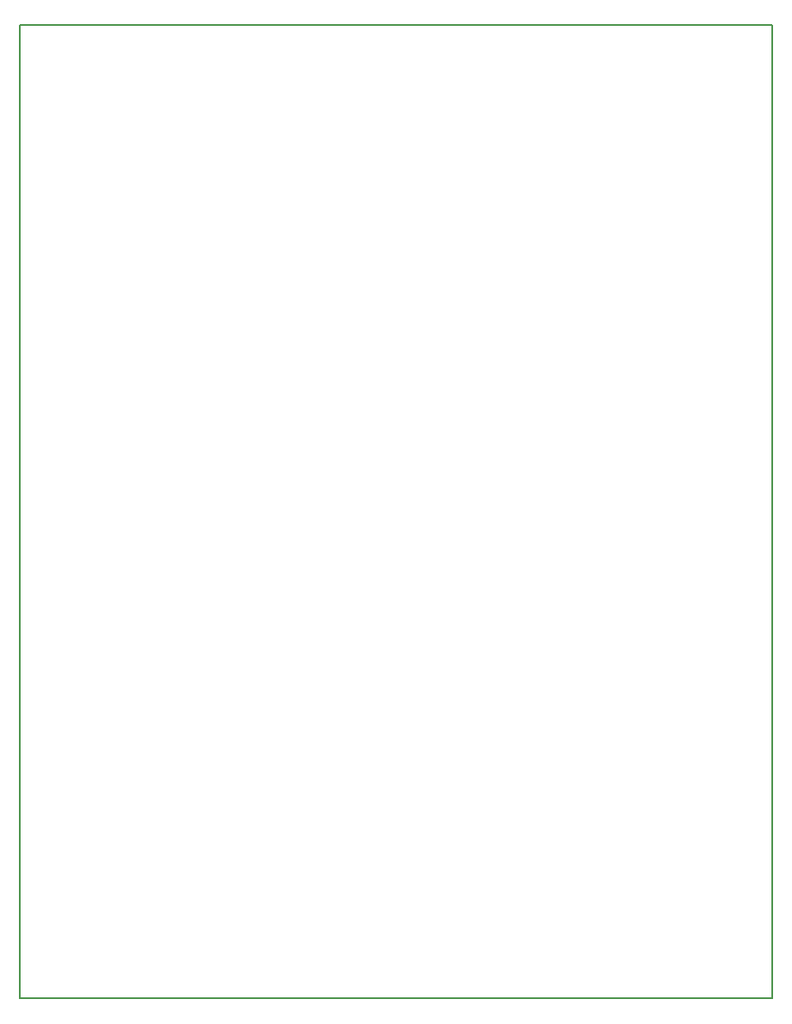
<source format=gbo>
G04 MADE WITH FRITZING*
G04 WWW.FRITZING.ORG*
G04 DOUBLE SIDED*
G04 HOLES PLATED*
G04 CONTOUR ON CENTER OF CONTOUR VECTOR*
%ASAXBY*%
%FSLAX23Y23*%
%MOIN*%
%OFA0B0*%
%SFA1.0B1.0*%
%ADD10R,2.920730X3.776250X2.904730X3.760250*%
%ADD11C,0.008000*%
%LNSILK0*%
G90*
G70*
G54D11*
X4Y3772D02*
X2917Y3772D01*
X2917Y4D01*
X4Y4D01*
X4Y3772D01*
D02*
G04 End of Silk0*
M02*
</source>
